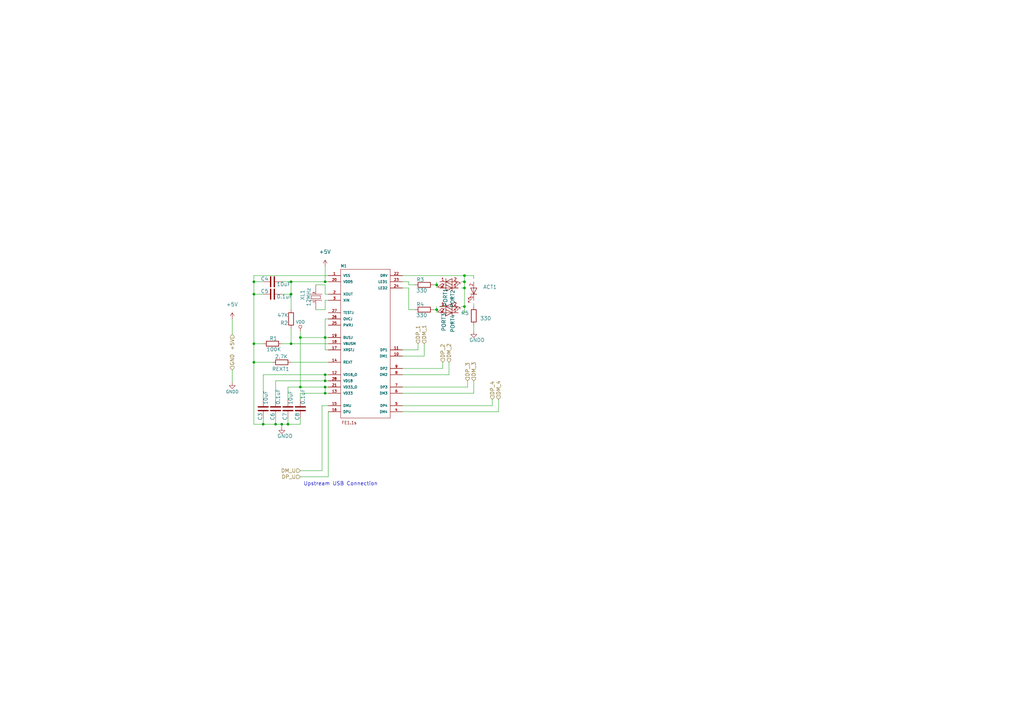
<source format=kicad_sch>
(kicad_sch (version 20230121) (generator eeschema)
  (paper "A3")
  (title_block (title "RH025.1.sch") (date "24 SEP 2016"))
  (lib_symbols
    (symbol "VESC_Hub-rescue:+5V" (power) (pin_names (offset 0))
      (property "Value" "+5V" (at 0 3.556 0))
      (symbol "+5V_0_1"
        (polyline (pts (xy -0.762 1.27) (xy 0 2.54)))
        (polyline (pts (xy 0 0) (xy 0 2.54)))
        (polyline (pts (xy 0 2.54) (xy 0.762 1.27)))
      )
      (symbol "+5V_1_1"
        (pin power_in line (at 0 0 90) (length 0) hide (name "+5V") (number "1"))
      )
    )
    (symbol "VESC_Hub-rescue:C" (pin_numbers hide) (pin_names (offset 0.254))
      (property "Reference" "C" (at 0.635 2.54 0))
      (property "Value" "C" (at 0.635 -2.54 0))
      (symbol "C_0_1"
        (polyline (pts (xy -2.032 -0.762) (xy 2.032 -0.762)) (stroke (width 0.508)))
        (polyline (pts (xy -2.032 0.762) (xy 2.032 0.762)) (stroke (width 0.508)))
      )
      (symbol "C_1_1"
        (pin passive line (at 0 3.81 270) (length 2.794) (name "~") (number "1"))
        (pin passive line (at 0 -3.81 90) (length 2.794) (name "~") (number "2"))
      )
    )
    (symbol "VESC_Hub-rescue:FE1.1S" (pin_names (offset 1.016))
      (property "Reference" "M" (at -10.16 31.242 0))
      (symbol "FE1.1S_1_0"
        (polyline (pts (xy -10.16 -30.48) (xy -10.16 30.48)))
        (polyline (pts (xy -10.16 30.48) (xy 10.16 30.48)))
        (polyline (pts (xy 10.16 -30.48) (xy -10.16 -30.48)))
        (polyline (pts (xy 10.16 30.48) (xy 10.16 -30.48)))
        (text "FE1.1s" (at -6.6548 -32.4104 0) (effects (font (size 1.2192 1.2192))))
      )
      (symbol "FE1.1S_1_1"
        (pin bidirectional line (at -15.24 27.94 0) (length 5.08) (name "VSS") (number "1"))
        (pin bidirectional line (at 15.24 -5.08 180) (length 5.08) (name "DM1") (number "10"))
        (pin bidirectional line (at 15.24 -2.54 180) (length 5.08) (name "DP1") (number "11"))
        (pin bidirectional line (at -15.24 -12.7 0) (length 5.08) (name "VD18_O") (number "12"))
        (pin bidirectional line (at -15.24 -20.32 0) (length 5.08) (name "VD33") (number "13"))
        (pin bidirectional line (at -15.24 -7.62 0) (length 5.08) (name "REXT") (number "14"))
        (pin bidirectional line (at -15.24 -25.4 0) (length 5.08) (name "DMU") (number "15"))
        (pin bidirectional line (at -15.24 -27.94 0) (length 5.08) (name "DPU") (number "16"))
        (pin bidirectional line (at -15.24 -2.54 0) (length 5.08) (name "XRSTJ") (number "17"))
        (pin bidirectional line (at -15.24 0 0) (length 5.08) (name "VBUSM") (number "18"))
        (pin bidirectional line (at -15.24 2.54 0) (length 5.08) (name "BUSJ") (number "19"))
        (pin bidirectional line (at -15.24 20.32 0) (length 5.08) (name "XOUT") (number "2"))
        (pin bidirectional line (at -15.24 25.4 0) (length 5.08) (name "VDD5") (number "20"))
        (pin bidirectional line (at -15.24 -17.78 0) (length 5.08) (name "VD33_O") (number "21"))
        (pin bidirectional line (at 15.24 27.94 180) (length 5.08) (name "DRV") (number "22"))
        (pin bidirectional line (at 15.24 25.4 180) (length 5.08) (name "LED1") (number "23"))
        (pin bidirectional line (at 15.24 22.86 180) (length 5.08) (name "LED2") (number "24"))
        (pin bidirectional line (at -15.24 7.62 0) (length 5.08) (name "PWRJ") (number "25"))
        (pin bidirectional line (at -15.24 10.16 0) (length 5.08) (name "OVCJ") (number "26"))
        (pin bidirectional line (at -15.24 12.7 0) (length 5.08) (name "TESTJ") (number "27"))
        (pin bidirectional line (at -15.24 -15.24 0) (length 5.08) (name "VD18") (number "28"))
        (pin bidirectional line (at -15.24 17.78 0) (length 5.08) (name "XIN") (number "3"))
        (pin bidirectional line (at 15.24 -27.94 180) (length 5.08) (name "DM4") (number "4"))
        (pin bidirectional line (at 15.24 -25.4 180) (length 5.08) (name "DP4") (number "5"))
        (pin bidirectional line (at 15.24 -20.32 180) (length 5.08) (name "DM3") (number "6"))
        (pin bidirectional line (at 15.24 -17.78 180) (length 5.08) (name "DP3") (number "7"))
        (pin bidirectional line (at 15.24 -12.7 180) (length 5.08) (name "DM2") (number "8"))
        (pin bidirectional line (at 15.24 -10.16 180) (length 5.08) (name "DP2") (number "9"))
      )
    )
    (symbol "VESC_Hub-rescue:GNDD" (power) (pin_names (offset 0))
      (property "Value" "GNDD" (at 0 -3.81 0))
      (symbol "GNDD_0_1"
        (polyline (pts (xy 0 0) (xy 0 -1.27) (xy 1.27 -1.27) (xy 0 -2.54) (xy -1.27 -1.27) (xy 0 -1.27)))
      )
      (symbol "GNDD_1_1"
        (pin power_in line (at 0 0 270) (length 0) hide (name "GNDD") (number "1"))
      )
    )
    (symbol "VESC_Hub-rescue:LED" (pin_names (offset 1.016) hide)
      (property "Reference" "D" (at 0 2.54 0))
      (property "Value" "LED" (at 0 -2.54 0))
      (symbol "LED_0_1"
        (polyline (pts (xy -1.27 -1.27) (xy -1.27 1.27)) (stroke (width 0.2032)))
        (polyline (pts (xy -1.27 0) (xy 1.27 0)))
        (polyline (pts (xy 1.27 -1.27) (xy 1.27 1.27) (xy -1.27 0) (xy 1.27 -1.27)) (stroke (width 0.2032)))
        (polyline (pts (xy -3.048 -0.762) (xy -4.572 -2.286) (xy -3.81 -2.286) (xy -4.572 -2.286) (xy -4.572 -1.524)))
        (polyline (pts (xy -1.778 -0.762) (xy -3.302 -2.286) (xy -2.54 -2.286) (xy -3.302 -2.286) (xy -3.302 -1.524)))
      )
      (symbol "LED_1_1"
        (pin passive line (at -3.81 0 0) (length 2.54) (name "K") (number "1"))
        (pin passive line (at 3.81 0 180) (length 2.54) (name "A") (number "2"))
      )
    )
    (symbol "VESC_Hub-rescue:R" (pin_numbers hide) (pin_names (offset 0))
      (property "Reference" "R" (at 2.032 0 90))
      (property "Value" "R" (at 0 0 90))
      (symbol "R_0_1"
        (rectangle (start -1.016 -2.54) (end 1.016 2.54) (stroke (width 0.254)))
      )
      (symbol "R_1_1"
        (pin passive line (at 0 3.81 270) (length 1.27) (name "~") (number "1"))
        (pin passive line (at 0 -3.81 90) (length 1.27) (name "~") (number "2"))
      )
    )
    (symbol "VESC_Hub-rescue:VDD" (power) (pin_names (offset 0))
      (property "Value" "VDD" (at 0 3.81 0))
      (symbol "VDD_0_1"
        (polyline (pts (xy 0 0) (xy 0 1.27)))
        (circle (center 0 1.905) (radius 0.635))
      )
      (symbol "VDD_1_1"
        (pin power_in line (at 0 0 90) (length 0) hide (name "VDD") (number "1"))
      )
    )
    (symbol "VESC_Hub-rescue:XTAL_1" (pin_numbers hide) (pin_names (offset 1.016) hide)
      (property "Reference" "X" (at -5.588 0.381 0))
      (property "Value" "XTAL_1" (at 0 3.81 0))
      (symbol "XTAL_1_1_0"
        (polyline (pts (xy -2.54 0) (xy -1.27 0)))
        (polyline (pts (xy -1.27 0) (xy -1.27 -2.54)))
        (polyline (pts (xy -1.27 2.54) (xy -1.27 0)))
        (polyline (pts (xy -0.635 -1.905) (xy 0.635 -1.905)))
        (polyline (pts (xy -0.635 1.905) (xy -0.635 -1.905)))
        (polyline (pts (xy 0.635 -1.905) (xy 0.635 1.905)))
        (polyline (pts (xy 0.635 1.905) (xy -0.635 1.905)))
        (polyline (pts (xy 1.27 0) (xy 1.27 -2.54)))
        (polyline (pts (xy 1.27 0) (xy 2.54 0)))
        (polyline (pts (xy 1.27 2.54) (xy 1.27 0)))
        (text "1" (at -1.8288 -0.7874 0) (effects (font (size 0.6858 0.6858))))
        (text "2" (at 1.8542 -0.7874 0) (effects (font (size 0.6858 0.6858))))
      )
      (symbol "XTAL_1_1_1"
        (pin passive line (at -5.08 0 0) (length 2.54) (name "1") (number "1"))
        (pin passive line (at 5.08 0 180) (length 2.54) (name "2") (number "2"))
      )
    )
  )
  (junction (at 119.38 115.57))
  (junction (at 133.35 138.43))
  (junction (at 104.14 115.57))
  (junction (at 190.5 125.73))
  (junction (at 179.07 116.84))
  (junction (at 133.35 153.67))
  (junction (at 133.35 115.57))
  (junction (at 190.5 118.11))
  (junction (at 104.14 120.65))
  (junction (at 119.38 120.65))
  (junction (at 115.57 173.99))
  (junction (at 190.5 115.57))
  (junction (at 123.19 138.43))
  (junction (at 118.11 173.99))
  (junction (at 113.03 173.99))
  (junction (at 104.14 140.97))
  (junction (at 179.07 127))
  (junction (at 119.38 140.97))
  (junction (at 123.19 158.75))
  (junction (at 133.35 158.75))
  (junction (at 107.95 173.99))
  (junction (at 190.5 113.03))
  (junction (at 133.35 161.29))
  (junction (at 133.35 156.21))
  (junction (at 104.14 148.59))
  (wire (pts (xy 118.11 173.99) (xy 123.19 173.99)))
  (wire (pts (xy 190.5 125.73) (xy 190.5 128.27)))
  (wire (pts (xy 179.07 127) (xy 179.07 128.27)))
  (wire (pts (xy 134.62 168.91) (xy 134.62 195.58)))
  (wire (pts (xy 204.47 168.91) (xy 204.47 163.83)))
  (wire (pts (xy 113.03 156.21) (xy 133.35 156.21)))
  (wire (pts (xy 133.35 143.51) (xy 134.62 143.51)))
  (wire (pts (xy 123.19 135.89) (xy 123.19 138.43)))
  (wire (pts (xy 123.19 173.99) (xy 123.19 171.45)))
  (wire (pts (xy 190.5 125.73) (xy 189.23 125.73)))
  (wire (pts (xy 104.14 140.97) (xy 104.14 148.59)))
  (wire (pts (xy 134.62 195.58) (xy 123.19 195.58)))
  (wire (pts (xy 133.35 156.21) (xy 133.35 153.67)))
  (wire (pts (xy 184.15 153.67) (xy 184.15 148.59)))
  (wire (pts (xy 165.1 146.05) (xy 173.99 146.05)))
  (wire (pts (xy 133.35 127) (xy 129.54 127)))
  (wire (pts (xy 133.35 156.21) (xy 134.62 156.21)))
  (wire (pts (xy 115.57 115.57) (xy 119.38 115.57)))
  (wire (pts (xy 123.19 193.04) (xy 132.08 193.04)))
  (wire (pts (xy 167.64 116.84) (xy 170.18 116.84)))
  (wire (pts (xy 104.14 173.99) (xy 107.95 173.99)))
  (wire (pts (xy 165.1 143.51) (xy 171.45 143.51)))
  (wire (pts (xy 104.14 115.57) (xy 107.95 115.57)))
  (wire (pts (xy 181.61 151.13) (xy 181.61 148.59)))
  (wire (pts (xy 95.25 137.16) (xy 95.25 130.81)))
  (wire (pts (xy 118.11 158.75) (xy 123.19 158.75)))
  (wire (pts (xy 179.07 116.84) (xy 179.07 118.11)))
  (wire (pts (xy 123.19 138.43) (xy 123.19 158.75)))
  (wire (pts (xy 133.35 130.81) (xy 133.35 138.43)))
  (wire (pts (xy 95.25 151.765) (xy 95.25 156.845)))
  (wire (pts (xy 165.1 151.13) (xy 181.61 151.13)))
  (wire (pts (xy 133.35 123.19) (xy 133.35 127)))
  (wire (pts (xy 119.38 148.59) (xy 134.62 148.59)))
  (wire (pts (xy 165.1 158.75) (xy 191.77 158.75)))
  (wire (pts (xy 107.95 173.99) (xy 113.03 173.99)))
  (wire (pts (xy 165.1 113.03) (xy 190.5 113.03)))
  (wire (pts (xy 133.35 161.29) (xy 134.62 161.29)))
  (wire (pts (xy 179.07 115.57) (xy 179.07 116.84)))
  (wire (pts (xy 119.38 140.97) (xy 134.62 140.97)))
  (wire (pts (xy 133.35 115.57) (xy 133.35 109.22)))
  (wire (pts (xy 119.38 120.65) (xy 119.38 127)))
  (wire (pts (xy 189.23 118.11) (xy 190.5 118.11)))
  (wire (pts (xy 165.1 118.11) (xy 167.64 118.11)))
  (wire (pts (xy 133.35 120.65) (xy 134.62 120.65)))
  (wire (pts (xy 165.1 168.91) (xy 204.47 168.91)))
  (wire (pts (xy 132.08 166.37) (xy 134.62 166.37)))
  (wire (pts (xy 119.38 115.57) (xy 133.35 115.57)))
  (wire (pts (xy 190.5 128.27) (xy 189.23 128.27)))
  (wire (pts (xy 113.03 171.45) (xy 113.03 173.99)))
  (wire (pts (xy 133.35 138.43) (xy 133.35 143.51)))
  (wire (pts (xy 201.93 166.37) (xy 201.93 163.83)))
  (wire (pts (xy 190.5 118.11) (xy 190.5 125.73)))
  (wire (pts (xy 190.5 113.03) (xy 194.31 113.03)))
  (wire (pts (xy 134.62 130.81) (xy 133.35 130.81)))
  (wire (pts (xy 179.07 116.84) (xy 177.8 116.84)))
  (wire (pts (xy 173.99 146.05) (xy 173.99 140.97)))
  (wire (pts (xy 123.19 158.75) (xy 133.35 158.75)))
  (wire (pts (xy 104.14 113.03) (xy 104.14 115.57)))
  (wire (pts (xy 133.35 115.57) (xy 134.62 115.57)))
  (wire (pts (xy 118.11 171.45) (xy 118.11 173.99)))
  (wire (pts (xy 165.1 166.37) (xy 201.93 166.37)))
  (wire (pts (xy 190.5 115.57) (xy 190.5 118.11)))
  (wire (pts (xy 115.57 140.97) (xy 119.38 140.97)))
  (wire (pts (xy 107.95 153.67) (xy 133.35 153.67)))
  (wire (pts (xy 194.31 161.29) (xy 194.31 156.21)))
  (wire (pts (xy 165.1 153.67) (xy 184.15 153.67)))
  (wire (pts (xy 133.35 161.29) (xy 133.35 158.75)))
  (wire (pts (xy 167.64 118.11) (xy 167.64 127)))
  (wire (pts (xy 179.07 127) (xy 177.8 127)))
  (wire (pts (xy 194.31 125.73) (xy 194.31 124.46)))
  (wire (pts (xy 113.03 173.99) (xy 115.57 173.99)))
  (wire (pts (xy 104.14 120.65) (xy 107.95 120.65)))
  (wire (pts (xy 107.95 171.45) (xy 107.95 173.99)))
  (wire (pts (xy 194.31 113.03) (xy 194.31 114.3)))
  (wire (pts (xy 190.5 113.03) (xy 190.5 115.57)))
  (wire (pts (xy 115.57 173.99) (xy 118.11 173.99)))
  (wire (pts (xy 115.57 173.99) (xy 115.57 175.26)))
  (wire (pts (xy 123.19 161.29) (xy 123.19 163.83)))
  (wire (pts (xy 119.38 115.57) (xy 119.38 120.65)))
  (wire (pts (xy 104.14 120.65) (xy 104.14 140.97)))
  (wire (pts (xy 133.35 158.75) (xy 134.62 158.75)))
  (wire (pts (xy 123.19 138.43) (xy 133.35 138.43)))
  (wire (pts (xy 104.14 115.57) (xy 104.14 120.65)))
  (wire (pts (xy 180.34 125.73) (xy 181.61 125.73)))
  (wire (pts (xy 133.35 138.43) (xy 134.62 138.43)))
  (wire (pts (xy 189.23 115.57) (xy 190.5 115.57)))
  (wire (pts (xy 134.62 123.19) (xy 133.35 123.19)))
  (wire (pts (xy 123.19 161.29) (xy 133.35 161.29)))
  (wire (pts (xy 118.11 158.75) (xy 118.11 163.83)))
  (wire (pts (xy 171.45 143.51) (xy 171.45 140.97)))
  (wire (pts (xy 133.35 116.84) (xy 133.35 120.65)))
  (wire (pts (xy 165.1 161.29) (xy 194.31 161.29)))
  (wire (pts (xy 167.64 115.57) (xy 167.64 116.84)))
  (wire (pts (xy 104.14 140.97) (xy 107.95 140.97)))
  (wire (pts (xy 167.64 127) (xy 170.18 127)))
  (wire (pts (xy 104.14 148.59) (xy 104.14 173.99)))
  (wire (pts (xy 165.1 115.57) (xy 167.64 115.57)))
  (wire (pts (xy 194.31 133.35) (xy 194.31 135.89)))
  (wire (pts (xy 113.03 156.21) (xy 113.03 163.83)))
  (wire (pts (xy 179.07 125.73) (xy 179.07 127)))
  (wire (pts (xy 191.77 158.75) (xy 191.77 156.21)))
  (wire (pts (xy 115.57 120.65) (xy 119.38 120.65)))
  (wire (pts (xy 104.14 148.59) (xy 111.76 148.59)))
  (wire (pts (xy 104.14 113.03) (xy 134.62 113.03)))
  (wire (pts (xy 132.08 193.04) (xy 132.08 166.37)))
  (wire (pts (xy 119.38 134.62) (xy 119.38 140.97)))
  (wire (pts (xy 129.54 116.84) (xy 133.35 116.84)))
  (wire (pts (xy 133.35 153.67) (xy 134.62 153.67)))
  (wire (pts (xy 107.95 153.67) (xy 107.95 163.83)))
  (text "Upstream USB Connection" (at 124.46 199.39 0) (effects (font (size 1.524 1.524)) (justify left bottom)))
  (hierarchical_label "DM_3" (shape input) (at 194.31 156.21 90) (effects (font (size 1.524 1.524))))
  (hierarchical_label "DM_1" (shape input) (at 173.99 140.97 90) (effects (font (size 1.524 1.524))))
  (hierarchical_label "DM_U" (shape input) (at 123.19 193.04 180) (effects (font (size 1.524 1.524))))
  (hierarchical_label "DP_4" (shape input) (at 201.93 163.83 90) (effects (font (size 1.524 1.524))))
  (hierarchical_label "DP_3" (shape input) (at 191.77 156.21 90) (effects (font (size 1.524 1.524))))
  (hierarchical_label "+5V" (shape input) (at 95.25 137.16 270) (effects (font (size 1.524 1.524))))
  (hierarchical_label "DP_U" (shape input) (at 123.19 195.58 180) (effects (font (size 1.524 1.524))))
  (hierarchical_label "DM_4" (shape input) (at 204.47 163.83 90) (effects (font (size 1.524 1.524))))
  (hierarchical_label "DP_1" (shape input) (at 171.45 140.97 90) (effects (font (size 1.524 1.524))))
  (hierarchical_label "GND" (shape input) (at 95.25 151.765 90) (effects (font (size 1.524 1.524))))
  (hierarchical_label "DP_2" (shape input) (at 181.61 148.59 90) (effects (font (size 1.524 1.524))))
  (hierarchical_label "DM_2" (shape input) (at 184.15 148.59 90) (effects (font (size 1.524 1.524))))
  (symbol (lib_id "VESC_Hub-rescue:LED") (at 194.31 119.38 270) (mirror x) (unit 1)
    (property "Reference" "ACT1" (at 198.12 116.84 90) (effects (font (size 1.524 1.524)) (justify left bottom)))
    (property "Footprint" "LEDs:LED_0805" (effects hide))
  )
  (symbol (lib_id "VESC_Hub-rescue:C") (at 123.19 167.64 0) (unit 1)
    (property "Reference" "C8" (at 122.809 172.466 90) (effects (font (size 1.524 1.524)) (justify left bottom)))
    (property "Value" "0.1uF" (at 125.095 165.989 90) (effects (font (size 1.524 1.524)) (justify left bottom)))
    (property "Footprint" "Capacitors_SMD:C_0805" (effects hide))
  )
  (symbol (lib_id "VESC_Hub-rescue:C") (at 118.11 167.64 0) (unit 1)
    (property "Reference" "C7" (at 117.729 172.466 90) (effects (font (size 1.524 1.524)) (justify left bottom)))
    (property "Value" "10uF" (at 120.015 165.989 90) (effects (font (size 1.524 1.524)) (justify left bottom)))
    (property "Footprint" "Capacitors_SMD:C_0805" (effects hide))
  )
  (symbol (lib_id "VESC_Hub-rescue:C") (at 113.03 167.64 0) (unit 1)
    (property "Reference" "C6" (at 112.649 172.466 90) (effects (font (size 1.524 1.524)) (justify left bottom)))
    (property "Value" "0.1uF" (at 114.935 165.989 90) (effects (font (size 1.524 1.524)) (justify left bottom)))
    (property "Footprint" "Capacitors_SMD:C_0805" (effects hide))
  )
  (symbol (lib_id "VESC_Hub-rescue:C") (at 107.95 167.64 0) (unit 1)
    (property "Reference" "C3" (at 107.569 172.466 90) (effects (font (size 1.524 1.524)) (justify left bottom)))
    (property "Value" "10uF" (at 109.855 165.989 90) (effects (font (size 1.524 1.524)) (justify left bottom)))
    (property "Footprint" "Capacitors_SMD:C_0805" (effects hide))
  )
  (symbol (lib_id "VESC_Hub-rescue:C") (at 111.76 115.57 270) (unit 1)
    (property "Reference" "C4" (at 106.934 115.2144 90) (effects (font (size 1.524 1.524)) (justify left bottom)))
    (property "Value" "10uF" (at 113.411 117.4496 90) (effects (font (size 1.524 1.524)) (justify left bottom)))
    (property "Footprint" "Capacitors_SMD:C_0805" (effects hide))
  )
  (symbol (lib_id "VESC_Hub-rescue:C") (at 111.76 120.65 270) (unit 1)
    (property "Reference" "C5" (at 106.934 120.2944 90) (effects (font (size 1.524 1.524)) (justify left bottom)))
    (property "Value" "0.1uF" (at 113.411 122.5296 90) (effects (font (size 1.524 1.524)) (justify left bottom)))
    (property "Footprint" "Capacitors_SMD:C_0805" (effects hide))
  )
  (symbol (lib_id "VESC_Hub-rescue:GNDD") (at 115.57 175.26 0) (unit 1)
    (property "Reference" "#GND021" (effects hide))
    (property "Value" "GNDD" (at 113.665 179.705 0) (effects (font (size 1.524 1.524)) (justify left bottom)))
  )
  (symbol (lib_id "VESC_Hub-rescue:GNDD") (at 194.31 135.89 0) (unit 1)
    (property "Reference" "#GND022" (effects hide))
    (property "Value" "GNDD" (at 192.405 140.335 0) (effects (font (size 1.524 1.524)) (justify left bottom)))
  )
  (symbol (lib_id "VESC_Hub-rescue:LED") (at 184.15 115.57 0) (unit 1)
    (property "Reference" "PORT1" (at 183.5404 125.73 90) (effects (font (size 1.524 1.524)) (justify left bottom)))
    (property "Value" "~" (at 186.055 123.19 90) (effects (font (size 1.524 1.524)) (justify left bottom)))
    (property "Footprint" "LEDs:LED_0805" (effects hide))
  )
  (symbol (lib_id "VESC_Hub-rescue:LED") (at 184.15 125.73 0) (unit 1)
    (property "Reference" "PORT3" (at 182.9054 135.89 90) (effects (font (size 1.524 1.524)) (justify left bottom)))
    (property "Value" "~" (at 186.055 133.35 90) (effects (font (size 1.524 1.524)) (justify left bottom)))
    (property "Footprint" "LEDs:LED_0805" (effects hide))
  )
  (symbol (lib_id "VESC_Hub-rescue:LED") (at 184.15 118.11 180) (unit 1)
    (property "Reference" "PORT2" (at 184.785 118.745 90) (effects (font (size 1.524 1.524)) (justify left bottom)))
    (property "Footprint" "LEDs:LED_0805" (effects hide))
  )
  (symbol (lib_id "VESC_Hub-rescue:LED") (at 184.15 128.27 180) (unit 1)
    (property "Reference" "PORT4" (at 184.785 128.905 90) (effects (font (size 1.524 1.524)) (justify left bottom)))
    (property "Footprint" "LEDs:LED_0805" (effects hide))
  )
  (symbol (lib_id "VESC_Hub-rescue:R") (at 111.76 140.97 270) (unit 1)
    (property "Reference" "R1" (at 110.49 139.7 90) (effects (font (size 1.524 1.524)) (justify left bottom)))
    (property "Value" "100K" (at 109.22 144.145 90) (effects (font (size 1.524 1.524)) (justify left bottom)))
    (property "Footprint" "Resistors_SMD:R_0805" (effects hide))
  )
  (symbol (lib_id "VESC_Hub-rescue:R") (at 119.38 130.81 0) (unit 1)
    (property "Reference" "R2" (at 114.935 133.35 0) (effects (font (size 1.524 1.524)) (justify left bottom)))
    (property "Value" "47K" (at 113.665 130.175 0) (effects (font (size 1.524 1.524)) (justify left bottom)))
    (property "Footprint" "Resistors_SMD:R_0805" (effects hide))
  )
  (symbol (lib_id "VESC_Hub-rescue:R") (at 173.99 116.84 90) (mirror x) (unit 1)
    (property "Reference" "R3" (at 173.99 115.57 90) (effects (font (size 1.524 1.524)) (justify left bottom)))
    (property "Value" "330" (at 175.26 120.015 90) (effects (font (size 1.524 1.524)) (justify left bottom)))
    (property "Footprint" "Resistors_SMD:R_0805" (effects hide))
  )
  (symbol (lib_id "VESC_Hub-rescue:R") (at 173.99 127 90) (mirror x) (unit 1)
    (property "Reference" "R4" (at 173.99 125.73 90) (effects (font (size 1.524 1.524)) (justify left bottom)))
    (property "Value" "330" (at 175.26 130.175 90) (effects (font (size 1.524 1.524)) (justify left bottom)))
    (property "Footprint" "Resistors_SMD:R_0805" (effects hide))
  )
  (symbol (lib_id "VESC_Hub-rescue:R") (at 194.31 129.54 0) (unit 1)
    (property "Reference" "R5" (at 189.103 129.286 0) (effects (font (size 1.524 1.524)) (justify left bottom)))
    (property "Value" "330" (at 196.85 131.445 0) (effects (font (size 1.524 1.524)) (justify left bottom)))
    (property "Footprint" "Resistors_SMD:R_0805" (effects hide))
  )
  (symbol (lib_id "VESC_Hub-rescue:R") (at 115.57 148.59 90) (unit 1)
    (property "Reference" "REXT1" (at 118.745 150.495 90) (effects (font (size 1.524 1.524)) (justify left bottom)))
    (property "Value" "2.7K" (at 118.11 145.415 90) (effects (font (size 1.524 1.524)) (justify left bottom)))
    (property "Footprint" "Resistors_SMD:R_0805" (effects hide))
  )
  (symbol (lib_id "VESC_Hub-rescue:+5V") (at 133.35 109.22 0) (unit 1)
    (property "Reference" "#U$023" (effects hide))
    (property "Value" "+5V" (at 130.81 104.14 0) (effects (font (size 1.524 1.524)) (justify left bottom)))
  )
  (symbol (lib_id "VESC_Hub-rescue:XTAL_1") (at 129.54 121.92 270) (mirror x) (unit 1)
    (property "Reference" "XL1" (at 123.19 123.19 0) (effects (font (size 1.524 1.524)) (justify left bottom)))
    (property "Value" "12MHz" (at 125.73 125.73 0) (effects (font (size 1.524 1.524)) (justify left bottom)))
    (property "Footprint" "Crystals:Crystal_SMD_2012-2pin_2.0x1.2mm_HandSoldering" (effects hide))
  )
  (symbol (lib_id "VESC_Hub-rescue:FE1.1S") (at 149.86 140.97 0) (unit 1)
    (property "Reference" "M1" (at 139.7 109.728 0) (effects (font (size 1.143 1.143)) (justify left bottom)))
    (property "Value" "FE1.1S" (effects hide))
    (property "Footprint" "USST-footprints:FE1.1S_SSOP-28" (effects hide))
  )
  (symbol (lib_id "VESC_Hub-rescue:VDD") (at 123.19 135.89 0) (unit 1)
    (property "Reference" "#PWR026" (effects hide))
    (property "Value" "VDD" (at 123.19 132.08 0))
  )
  (symbol (lib_id "VESC_Hub-rescue:GNDD") (at 95.25 156.845 0) (unit 1)
    (property "Reference" "#PWR024" (effects hide))
    (property "Value" "GNDD" (at 95.25 160.655 0))
  )
  (symbol (lib_id "VESC_Hub-rescue:+5V") (at 95.25 130.81 0) (unit 1)
    (property "Reference" "#U$025" (effects hide))
    (property "Value" "+5V" (at 92.71 125.73 0) (effects (font (size 1.524 1.524)) (justify left bottom)))
  )
)
</source>
